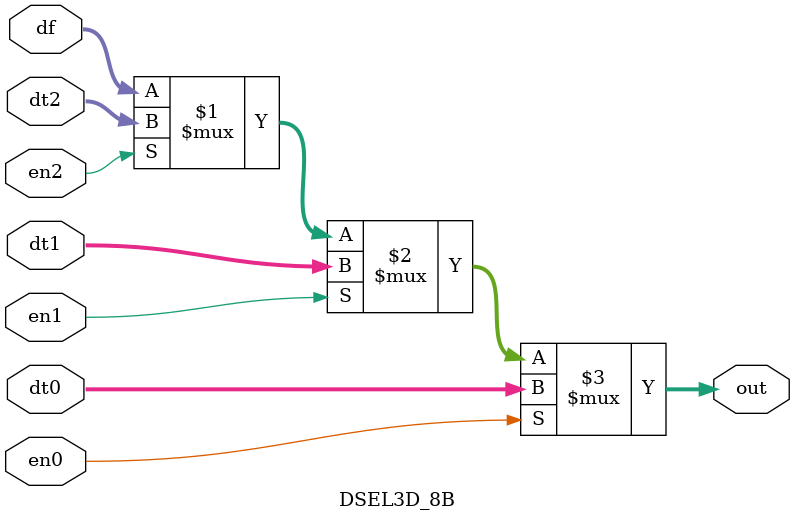
<source format=v>
/***********************************************
    "FPGA NinjaKun" for MiSTer

					Copyright (c) 2011,19 MiSTer-X
************************************************/
module FPGA_NINJAKUN
(
	input          RESET,      // RESET
	input          MCLK,       // Master Clock (48.0MHz)

	input	  [7:0]	CTR1,			// Control Panel
	input	  [7:0]	CTR2,

	input	  [7:0]	DSW1,			// DipSW
	input	  [7:0]	DSW2,
	
	input   [8:0]  PH,         // PIXEL H
	input   [8:0]  PV,         // PIXEL V

	output         PCLK,       // PIXEL CLOCK
	output  [7:0]  POUT,       // PIXEL OUT

	output [15:0]  SNDOUT,		// Sound Output (LPCM unsigned 16bits)


	input				ROMCL,		// Downloaded ROM image
	input  [16:0] 	ROMAD,
	input   [7:0]	ROMDT,
	input				ROMEN
);

wire			VCLKx4, VCLK;
wire			VRAMCL, CLK24M, CLK12M, CLK6M, CLK3M;
NINJAKUN_CLKGEN clkgen
(
	MCLK,
	VCLKx4, VCLK,
	VRAMCL, PCLK,
	CLK24M, CLK12M, CLK6M, CLK3M
);

wire [15:0] CPADR;
wire  [7:0] CPODT, CPIDT;
wire        CPRED, CPWRT, VBLK;
NINJAKUN_MAIN main (
	RESET, CLK24M, CLK3M, VBLK, CTR1, CTR2, 
	CPADR, CPODT, CPIDT, CPRED, CPWRT,
	ROMCL, ROMAD, ROMDT, ROMEN
);

wire  [9:0] FGVAD, BGVAD;
wire [15:0] FGVDT, BGVDT;
wire [10:0] SPAAD;
wire  [7:0] SPADT;
wire  [8:0] PALET;
wire  [7:0] SCRPX, SCRPY;

NINJAKUN_IO_VIDEO iovid (
   CLK24M,CLK3M,RESET,
	VRAMCL,VCLKx4,VCLK,PH,PV,
	CPADR,CPODT,CPIDT,CPRED,CPWRT,
 	DSW1,DSW2,
	VBLK,POUT,SNDOUT,
	ROMCL,ROMAD,ROMDT,ROMEN
);

endmodule


module NINJAKUN_MAIN
(
	input				RESET,
	input				CLK24M,
	input				CLK3M,
	input				VBLK,

	input	  [7:0]	CTR1,
	input	  [7:0]	CTR2,

	output [15:0]	CPADR,
	output  [7:0]	CPODT,
	input	  [7:0]	CPIDT,
	output			CPRED,
	output			CPWRT,
	
	input				ROMCL,
	input  [16:0]	ROMAD,
	input	  [7:0]	ROMDT,
	input				ROMEN
);

wire	SHCLK = CLK24M;
wire	INPCL = CLK24M;

wire	CP0IQ, CP0IQA;
wire	CP1IQ, CP1IQA;
NINJAKUN_IRQGEN irqgen( CLK3M, VBLK, CP0IQA, CP1IQA, CP0IQ, CP1IQ );

wire			CP0CL, CP1CL;
wire [15:0]	CP0AD, CP1AD;
wire  [7:0]	CP0OD, CP1OD;
wire  [7:0] CP0DT, CP1DT;
wire  [7:0]	CP0ID, CP1ID;
wire			CP0RD, CP1RD;
wire			CP0WR, CP1WR;
Z80IP cpu0( RESET, CP0CL, CP0AD, CP0DT, CP0OD, CP0RD, CP0WR, CP0IQ, CP0IQA );
Z80IP cpu1( RESET, CP1CL, CP1AD, CP1DT, CP1OD, CP1RD, CP1WR, CP1IQ, CP1IQA );

NINJAKUN_CPUMUX ioshare(
	SHCLK, CPADR, CPODT, CPIDT, CPRED, CPWRT,
	CP0CL, CP0AD, CP0OD, CP0ID, CP0RD, CP0WR,
	CP1CL, CP1AD, CP1OD, CP1ID, CP1RD, CP1WR
);

wire CS_SH0, CS_SH1, CS_IN0, CS_IN1;
wire SYNWR0, SYNWR1;
NINJAKUN_ADEC adec(
	CP0AD, CP0WR,
	CP1AD, CP1WR,

	CS_IN0, CS_IN1,
	CS_SH0, CS_SH1,

	SYNWR0, SYNWR1
);


wire [7:0] ROM0D, ROM1D;
NJC0ROM cpu0i( SHCLK, CP0AD, ROM0D, ROMCL,ROMAD,ROMDT,ROMEN );
NJC1ROM cpu1i( SHCLK, CP1AD, ROM1D, ROMCL,ROMAD,ROMDT,ROMEN );


wire [7:0] SHDT0, SHDT1;
DPRAM800	shmem(
	SHCLK, {  CP0AD[10] ,CP0AD[9:0]}, CS_SH0 & CP0WR, CP0OD, SHDT0,
	SHCLK, {(~CP1AD[10]),CP1AD[9:0]}, CS_SH1 & CP1WR, CP1OD, SHDT1
);

wire [7:0] INPD0, INPD1;
NINJAKUN_INP inps(
	INPCL,
	RESET,

	CTR1,CTR2,

	VBLK, 

	CP0AD[1:0],
	CP0OD[7:6],
	SYNWR0,

	CP1AD[1:0],
	CP1OD[7:6],
	SYNWR1,

	INPD0,
	INPD1
);

DSEL3D_8B cdt0(
	CP0DT,  CP0ID,
	CS_IN0, INPD0,
	CS_SH0, SHDT0,
	(~CP0AD[15]), ROM0D
);

DSEL3D_8B cdt1(
	CP1DT,  CP1ID,
	CS_IN1, INPD1,
	CS_SH1, SHDT1,
	(~CP1AD[15]), ROM1D
);

endmodule


module NINJAKUN_IRQGEN
( 
	input			CLK,
	input			VBLK,

	input			IRQ0_ACK,
	input			IRQ1_ACK,

	output reg	IRQ0,
	output reg	IRQ1
);

`define CYCLES 12500		// 1/240sec.

reg  pVBLK;
wire VBTG = VBLK & (pVBLK^VBLK);

reg [13:0] cnt;
wire IRQ1_ACT = (cnt == 1);
wire CNTR_RST = (cnt == `CYCLES)|VBTG;

always @( posedge CLK ) begin
	if (VBTG)	  IRQ0 <= 1'b1;
	if (IRQ1_ACT) IRQ1 <= 1'b1;

	if (IRQ0_ACK) IRQ0 <= 1'b0;
	if (IRQ1_ACK) IRQ1 <= 1'b0;

	cnt   <= CNTR_RST ? 0 : (cnt+1);
	pVBLK <= VBLK;
end

endmodule 


module DSEL3D_8B
(
	output [7:0] out,
	input  [7:0] df,

	input			 en0,
	input	 [7:0] dt0,
	input			 en1,
	input	 [7:0] dt1,
	input			 en2,
	input	 [7:0] dt2
);

assign out = en0 ? dt0 :
				 en1 ? dt1 :
				 en2 ? dt2 :
				 df;

endmodule


</source>
